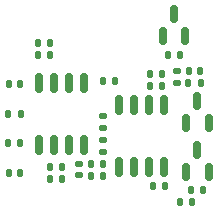
<source format=gbr>
%TF.GenerationSoftware,KiCad,Pcbnew,(6.0.0)*%
%TF.CreationDate,2022-02-09T06:53:37-08:00*%
%TF.ProjectId,depth-sensor,64657074-682d-4736-956e-736f722e6b69,1*%
%TF.SameCoordinates,Original*%
%TF.FileFunction,Paste,Top*%
%TF.FilePolarity,Positive*%
%FSLAX46Y46*%
G04 Gerber Fmt 4.6, Leading zero omitted, Abs format (unit mm)*
G04 Created by KiCad (PCBNEW (6.0.0)) date 2022-02-09 06:53:37*
%MOMM*%
%LPD*%
G01*
G04 APERTURE LIST*
G04 Aperture macros list*
%AMRoundRect*
0 Rectangle with rounded corners*
0 $1 Rounding radius*
0 $2 $3 $4 $5 $6 $7 $8 $9 X,Y pos of 4 corners*
0 Add a 4 corners polygon primitive as box body*
4,1,4,$2,$3,$4,$5,$6,$7,$8,$9,$2,$3,0*
0 Add four circle primitives for the rounded corners*
1,1,$1+$1,$2,$3*
1,1,$1+$1,$4,$5*
1,1,$1+$1,$6,$7*
1,1,$1+$1,$8,$9*
0 Add four rect primitives between the rounded corners*
20,1,$1+$1,$2,$3,$4,$5,0*
20,1,$1+$1,$4,$5,$6,$7,0*
20,1,$1+$1,$6,$7,$8,$9,0*
20,1,$1+$1,$8,$9,$2,$3,0*%
G04 Aperture macros list end*
%ADD10RoundRect,0.150000X0.150000X-0.587500X0.150000X0.587500X-0.150000X0.587500X-0.150000X-0.587500X0*%
%ADD11RoundRect,0.150000X-0.150000X0.675000X-0.150000X-0.675000X0.150000X-0.675000X0.150000X0.675000X0*%
%ADD12RoundRect,0.135000X-0.135000X-0.185000X0.135000X-0.185000X0.135000X0.185000X-0.135000X0.185000X0*%
%ADD13RoundRect,0.135000X0.185000X-0.135000X0.185000X0.135000X-0.185000X0.135000X-0.185000X-0.135000X0*%
%ADD14RoundRect,0.135000X-0.185000X0.135000X-0.185000X-0.135000X0.185000X-0.135000X0.185000X0.135000X0*%
%ADD15RoundRect,0.135000X0.135000X0.185000X-0.135000X0.185000X-0.135000X-0.185000X0.135000X-0.185000X0*%
%ADD16RoundRect,0.140000X-0.140000X-0.170000X0.140000X-0.170000X0.140000X0.170000X-0.140000X0.170000X0*%
%ADD17RoundRect,0.140000X0.170000X-0.140000X0.170000X0.140000X-0.170000X0.140000X-0.170000X-0.140000X0*%
G04 APERTURE END LIST*
D10*
%TO.C,U3*%
X115550000Y-52812500D03*
X117450000Y-52812500D03*
X116500000Y-50937500D03*
%TD*%
D11*
%TO.C,U2*%
X113655000Y-56500000D03*
X112385000Y-56500000D03*
X111115000Y-56500000D03*
X109845000Y-56500000D03*
X109845000Y-51250000D03*
X111115000Y-51250000D03*
X112385000Y-51250000D03*
X113655000Y-51250000D03*
%TD*%
%TO.C,U1*%
X106905000Y-49375000D03*
X105635000Y-49375000D03*
X104365000Y-49375000D03*
X103095000Y-49375000D03*
X103095000Y-54625000D03*
X104365000Y-54625000D03*
X105635000Y-54625000D03*
X106905000Y-54625000D03*
%TD*%
D12*
%TO.C,R18*%
X115740000Y-49375000D03*
X116760000Y-49375000D03*
%TD*%
D13*
%TO.C,R17*%
X114750000Y-48365000D03*
X114750000Y-49385000D03*
%TD*%
D12*
%TO.C,R14*%
X112490000Y-48625000D03*
X113510000Y-48625000D03*
%TD*%
D14*
%TO.C,R13*%
X108500000Y-54240000D03*
X108500000Y-55260000D03*
%TD*%
%TO.C,R12*%
X108500000Y-52240000D03*
X108500000Y-53260000D03*
%TD*%
D12*
%TO.C,R11*%
X108490000Y-49250000D03*
X109510000Y-49250000D03*
%TD*%
%TO.C,R8*%
X104000000Y-56500000D03*
X105020000Y-56500000D03*
%TD*%
D15*
%TO.C,R7*%
X104010000Y-47000000D03*
X102990000Y-47000000D03*
%TD*%
D12*
%TO.C,R5*%
X101510000Y-54500000D03*
X100490000Y-54500000D03*
%TD*%
%TO.C,R4*%
X101520000Y-52000000D03*
X100500000Y-52000000D03*
%TD*%
%TO.C,R3*%
X114990000Y-59500000D03*
X116010000Y-59500000D03*
%TD*%
D15*
%TO.C,R2*%
X113990000Y-47000000D03*
X115010000Y-47000000D03*
%TD*%
D12*
%TO.C,R1*%
X115990000Y-58500000D03*
X117010000Y-58500000D03*
%TD*%
D10*
%TO.C,Q2*%
X116500000Y-55062500D03*
X117450000Y-56937500D03*
X115550000Y-56937500D03*
%TD*%
%TO.C,Q1*%
X113550000Y-45437500D03*
X115450000Y-45437500D03*
X114500000Y-43562500D03*
%TD*%
D16*
%TO.C,C10*%
X115770000Y-48375000D03*
X116730000Y-48375000D03*
%TD*%
%TO.C,C9*%
X112770000Y-58125000D03*
X113730000Y-58125000D03*
%TD*%
%TO.C,C8*%
X112520000Y-49625000D03*
X113480000Y-49625000D03*
%TD*%
%TO.C,C7*%
X107500000Y-56250000D03*
X108460000Y-56250000D03*
%TD*%
D17*
%TO.C,C6*%
X106500000Y-57230000D03*
X106500000Y-56270000D03*
%TD*%
D16*
%TO.C,C5*%
X107500000Y-57250000D03*
X108460000Y-57250000D03*
%TD*%
%TO.C,C4*%
X104030000Y-57500000D03*
X104990000Y-57500000D03*
%TD*%
%TO.C,C3*%
X103020000Y-46000000D03*
X103980000Y-46000000D03*
%TD*%
%TO.C,C2*%
X101490000Y-57000000D03*
X100530000Y-57000000D03*
%TD*%
%TO.C,C1*%
X101480000Y-49500000D03*
X100520000Y-49500000D03*
%TD*%
M02*

</source>
